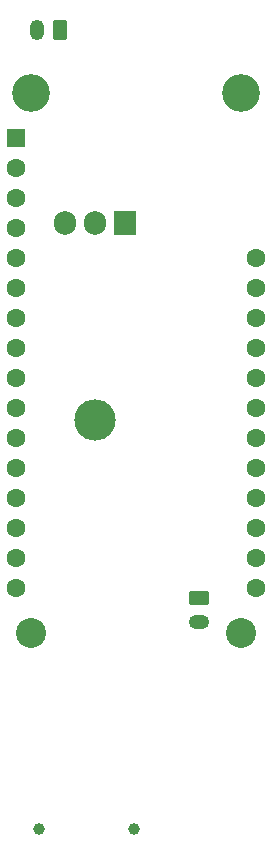
<source format=gbr>
%TF.GenerationSoftware,KiCad,Pcbnew,7.0.1*%
%TF.CreationDate,2023-03-30T16:52:30-04:00*%
%TF.ProjectId,system-board,73797374-656d-42d6-926f-6172642e6b69,rev?*%
%TF.SameCoordinates,Original*%
%TF.FileFunction,Soldermask,Bot*%
%TF.FilePolarity,Negative*%
%FSLAX46Y46*%
G04 Gerber Fmt 4.6, Leading zero omitted, Abs format (unit mm)*
G04 Created by KiCad (PCBNEW 7.0.1) date 2023-03-30 16:52:30*
%MOMM*%
%LPD*%
G01*
G04 APERTURE LIST*
G04 Aperture macros list*
%AMRoundRect*
0 Rectangle with rounded corners*
0 $1 Rounding radius*
0 $2 $3 $4 $5 $6 $7 $8 $9 X,Y pos of 4 corners*
0 Add a 4 corners polygon primitive as box body*
4,1,4,$2,$3,$4,$5,$6,$7,$8,$9,$2,$3,0*
0 Add four circle primitives for the rounded corners*
1,1,$1+$1,$2,$3*
1,1,$1+$1,$4,$5*
1,1,$1+$1,$6,$7*
1,1,$1+$1,$8,$9*
0 Add four rect primitives between the rounded corners*
20,1,$1+$1,$2,$3,$4,$5,0*
20,1,$1+$1,$4,$5,$6,$7,0*
20,1,$1+$1,$6,$7,$8,$9,0*
20,1,$1+$1,$8,$9,$2,$3,0*%
G04 Aperture macros list end*
%ADD10C,1.000000*%
%ADD11RoundRect,0.250000X-0.625000X0.350000X-0.625000X-0.350000X0.625000X-0.350000X0.625000X0.350000X0*%
%ADD12O,1.750000X1.200000*%
%ADD13C,3.200000*%
%ADD14C,2.540000*%
%ADD15R,1.600000X1.600000*%
%ADD16C,1.600000*%
%ADD17RoundRect,0.250000X0.350000X0.625000X-0.350000X0.625000X-0.350000X-0.625000X0.350000X-0.625000X0*%
%ADD18O,1.200000X1.750000*%
%ADD19O,3.500000X3.500000*%
%ADD20R,1.905000X2.000000*%
%ADD21O,1.905000X2.000000*%
G04 APERTURE END LIST*
D10*
%TO.C,J1*%
X64100000Y-116350000D03*
X56100000Y-116350000D03*
%TD*%
D11*
%TO.C,J2*%
X69600000Y-96850000D03*
D12*
X69600000Y-98850000D03*
%TD*%
D13*
%TO.C,A1*%
X55400000Y-54100000D03*
D14*
X55400000Y-99820000D03*
D13*
X73180000Y-54100000D03*
D14*
X73180000Y-99820000D03*
D15*
X54130000Y-57910000D03*
D16*
X54130000Y-60450000D03*
X54130000Y-62990000D03*
X54130000Y-65530000D03*
X54130000Y-68070000D03*
X54130000Y-70610000D03*
X54130000Y-73150000D03*
X54130000Y-75690000D03*
X54130000Y-78230000D03*
X54130000Y-80770000D03*
X54130000Y-83310000D03*
X54130000Y-85850000D03*
X54130000Y-88390000D03*
X54130000Y-90930000D03*
X54130000Y-93470000D03*
X54130000Y-96010000D03*
X74450000Y-96010000D03*
X74450000Y-93470000D03*
X74450000Y-90930000D03*
X74450000Y-88390000D03*
X74450000Y-85850000D03*
X74450000Y-83310000D03*
X74450000Y-80770000D03*
X74450000Y-78230000D03*
X74450000Y-75690000D03*
X74450000Y-73150000D03*
X74450000Y-70610000D03*
X74450000Y-68070000D03*
%TD*%
D17*
%TO.C,J3*%
X57900000Y-48750000D03*
D18*
X55900000Y-48750000D03*
%TD*%
D19*
%TO.C,Q1*%
X60800000Y-81760000D03*
D20*
X63340000Y-65100000D03*
D21*
X60800000Y-65100000D03*
X58260000Y-65100000D03*
%TD*%
M02*

</source>
